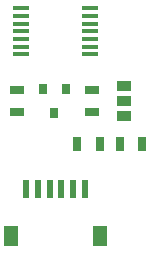
<source format=gbr>
G04 #@! TF.FileFunction,Paste,Top*
%FSLAX46Y46*%
G04 Gerber Fmt 4.6, Leading zero omitted, Abs format (unit mm)*
G04 Created by KiCad (PCBNEW 4.0.6) date 12/07/19 11:03:23*
%MOMM*%
%LPD*%
G01*
G04 APERTURE LIST*
%ADD10C,0.100000*%
%ADD11R,1.270000X0.970000*%
%ADD12R,0.800000X0.900000*%
%ADD13R,0.700000X1.300000*%
%ADD14R,1.300000X0.700000*%
%ADD15R,1.450000X0.450000*%
%ADD16R,0.600000X1.550000*%
%ADD17R,1.200000X1.800000*%
G04 APERTURE END LIST*
D10*
D11*
X157211000Y-75655000D03*
X157211000Y-76925000D03*
X157211000Y-78195000D03*
D12*
X152261000Y-75925000D03*
X150361000Y-75925000D03*
X151311000Y-77925000D03*
D13*
X158761000Y-80525000D03*
X156861000Y-80525000D03*
X155161000Y-80525000D03*
X153261000Y-80525000D03*
D14*
X148161000Y-77875000D03*
X148161000Y-75975000D03*
X154461000Y-75975000D03*
X154461000Y-77875000D03*
D15*
X148461000Y-69075000D03*
X148461000Y-69725000D03*
X148461000Y-70375000D03*
X148461000Y-71025000D03*
X148461000Y-71675000D03*
X148461000Y-72325000D03*
X148461000Y-72975000D03*
X154361000Y-72975000D03*
X154361000Y-72325000D03*
X154361000Y-71675000D03*
X154361000Y-71025000D03*
X154361000Y-70375000D03*
X154361000Y-69725000D03*
X154361000Y-69075000D03*
D16*
X153911000Y-84370000D03*
X152911000Y-84370000D03*
X151911000Y-84370000D03*
X150911000Y-84370000D03*
X149911000Y-84370000D03*
X148911000Y-84370000D03*
D17*
X155211000Y-88375000D03*
X147611000Y-88375000D03*
M02*

</source>
